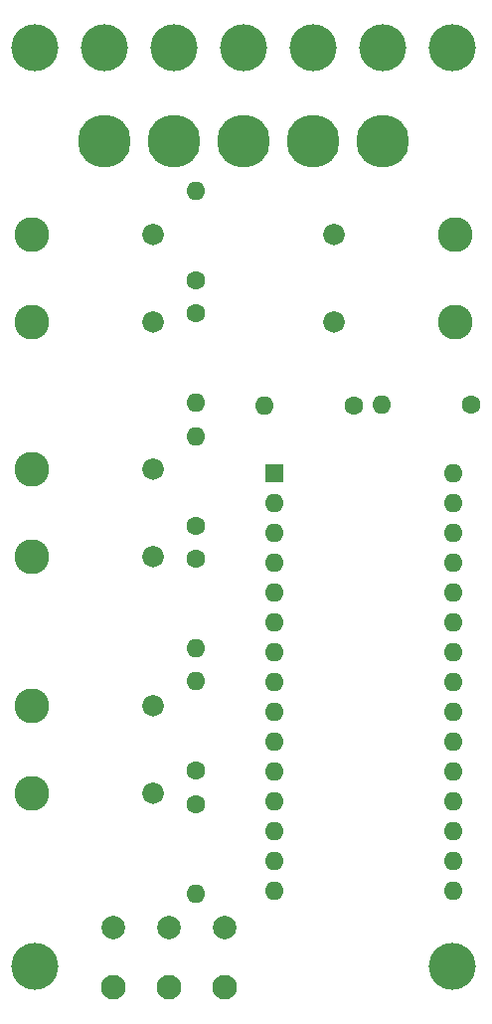
<source format=gbr>
G04 #@! TF.GenerationSoftware,KiCad,Pcbnew,5.1.5+dfsg1-2build2*
G04 #@! TF.CreationDate,2022-04-07T15:16:09-04:00*
G04 #@! TF.ProjectId,traffic-vest_controller,74726166-6669-4632-9d76-6573745f636f,rev?*
G04 #@! TF.SameCoordinates,Original*
G04 #@! TF.FileFunction,Soldermask,Bot*
G04 #@! TF.FilePolarity,Negative*
%FSLAX46Y46*%
G04 Gerber Fmt 4.6, Leading zero omitted, Abs format (unit mm)*
G04 Created by KiCad (PCBNEW 5.1.5+dfsg1-2build2) date 2022-04-07 15:16:09*
%MOMM*%
%LPD*%
G04 APERTURE LIST*
%ADD10O,1.600000X1.600000*%
%ADD11C,1.600000*%
%ADD12C,4.500880*%
%ADD13C,2.970000*%
%ADD14C,1.830000*%
%ADD15R,1.600000X1.600000*%
%ADD16C,4.000000*%
%ADD17C,2.100000*%
%ADD18C,1.998980*%
G04 APERTURE END LIST*
D10*
X140436600Y-74142600D03*
D11*
X140436600Y-81762600D03*
D10*
X140436600Y-92209620D03*
D11*
X140436600Y-84589620D03*
D10*
X140436600Y-133997700D03*
D11*
X140436600Y-126377700D03*
D10*
X140436600Y-115930680D03*
D11*
X140436600Y-123550680D03*
D10*
X140436600Y-113103660D03*
D11*
X140436600Y-105483660D03*
D10*
X140436600Y-95036640D03*
D11*
X140436600Y-102656640D03*
D10*
X156235400Y-92405200D03*
D11*
X163855400Y-92405200D03*
D10*
X146304000Y-92430600D03*
D11*
X153924000Y-92430600D03*
D12*
X150452664Y-69913500D03*
X156379330Y-69913500D03*
X138599332Y-69913500D03*
X144525998Y-69913500D03*
X132672666Y-69913500D03*
D13*
X126498200Y-77872900D03*
X126498200Y-85372900D03*
D14*
X136798200Y-85372900D03*
X136798200Y-77872900D03*
D13*
X162528400Y-85372900D03*
X162528400Y-77872900D03*
D14*
X152228400Y-77872900D03*
X152228400Y-85372900D03*
D13*
X126498200Y-117992200D03*
X126498200Y-125492200D03*
D14*
X136798200Y-125492200D03*
X136798200Y-117992200D03*
D13*
X126498200Y-97835550D03*
X126498200Y-105335550D03*
D14*
X136798200Y-105335550D03*
X136798200Y-97835550D03*
D15*
X147129500Y-98209100D03*
D10*
X162369500Y-131229100D03*
X147129500Y-100749100D03*
X162369500Y-128689100D03*
X147129500Y-103289100D03*
X162369500Y-126149100D03*
X147129500Y-105829100D03*
X162369500Y-123609100D03*
X147129500Y-108369100D03*
X162369500Y-121069100D03*
X147129500Y-110909100D03*
X162369500Y-118529100D03*
X147129500Y-113449100D03*
X162369500Y-115989100D03*
X147129500Y-115989100D03*
X162369500Y-113449100D03*
X147129500Y-118529100D03*
X162369500Y-110909100D03*
X147129500Y-121069100D03*
X162369500Y-108369100D03*
X147129500Y-123609100D03*
X162369500Y-105829100D03*
X147129500Y-126149100D03*
X162369500Y-103289100D03*
X147129500Y-128689100D03*
X162369500Y-100749100D03*
X147129500Y-131229100D03*
X162369500Y-98209100D03*
X147129500Y-133769100D03*
X162369500Y-133769100D03*
D16*
X162306000Y-140208000D03*
X126746000Y-140208000D03*
X126746000Y-61976000D03*
X162306000Y-61976000D03*
X144525998Y-61976000D03*
X150452664Y-61976000D03*
X138599332Y-61976000D03*
X132672666Y-61976000D03*
X156379330Y-61976000D03*
D17*
X142900400Y-141986000D03*
X138137900Y-141986000D03*
X133375400Y-141986000D03*
D18*
X133375400Y-136906000D03*
X138137900Y-136906000D03*
X142900400Y-136906000D03*
M02*

</source>
